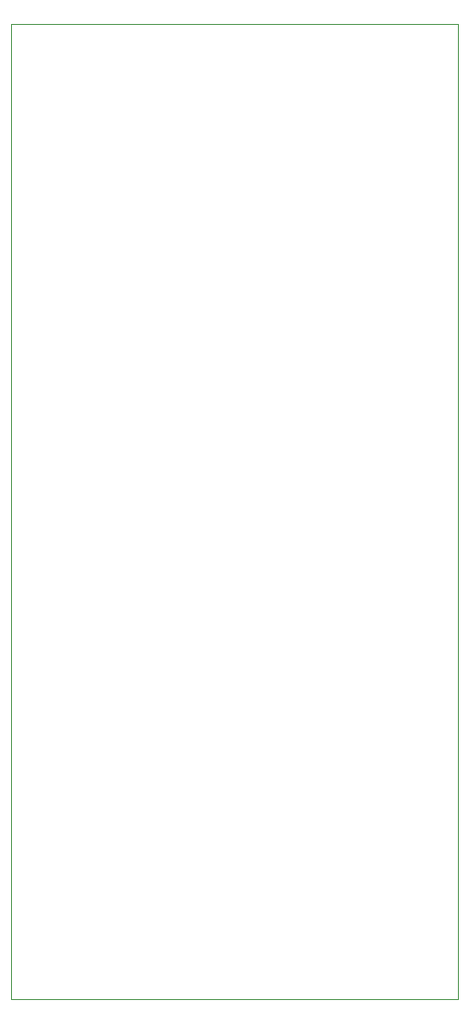
<source format=gbr>
G04 #@! TF.GenerationSoftware,KiCad,Pcbnew,(5.1.5)-3*
G04 #@! TF.CreationDate,2021-02-05T17:28:24+00:00*
G04 #@! TF.ProjectId,clock_dist,636c6f63-6b5f-4646-9973-742e6b696361,rev?*
G04 #@! TF.SameCoordinates,Original*
G04 #@! TF.FileFunction,Profile,NP*
%FSLAX46Y46*%
G04 Gerber Fmt 4.6, Leading zero omitted, Abs format (unit mm)*
G04 Created by KiCad (PCBNEW (5.1.5)-3) date 2021-02-05 17:28:24*
%MOMM*%
%LPD*%
G04 APERTURE LIST*
%ADD10C,0.050000*%
G04 APERTURE END LIST*
D10*
X121500000Y-53500000D02*
X162500000Y-53500000D01*
X121500000Y-143000000D02*
X121500000Y-53500000D01*
X162500000Y-143000000D02*
X121500000Y-143000000D01*
X162500000Y-53500000D02*
X162500000Y-143000000D01*
M02*

</source>
